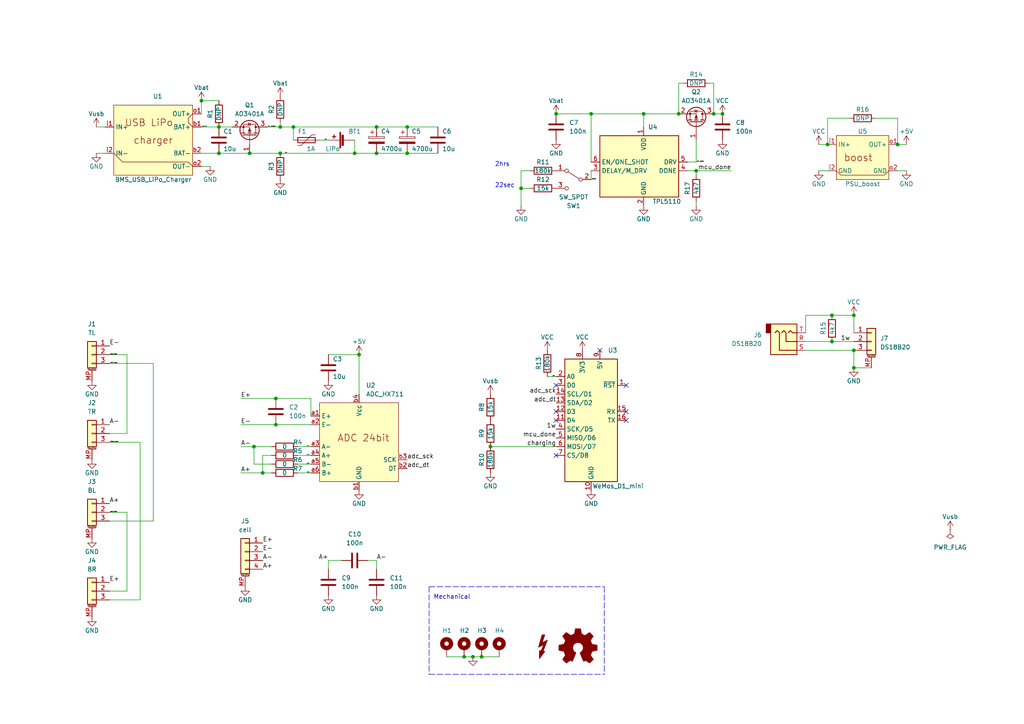
<source format=kicad_sch>
(kicad_sch (version 20211123) (generator eeschema)
  (paper "A4")
  (lib_symbols
    (symbol "-modules:ADC_HX711"
      (property "Reference" "U" (at 3.81 11.43 0))
      (property "Value" "ADC_HX711" (at 6.35 -13.97 0))
      (symbol "ADC_HX711_0_0"
        (text "ADC 24bit" (at 1.27 0 0) (effects (font (size 2 2))))
      )
      (symbol "ADC_HX711_0_1"
        (rectangle (start -11.43 10.16) (end 11.43 -12.7) (fill (type background)))
      )
      (symbol "ADC_HX711_1_1"
        (pin output line (at -13.97 6.35 0) (length 2.54) (name "E+") (number "a1"))
        (pin output line (at -13.97 3.81 0) (length 2.54) (name "E-") (number "a2"))
        (pin input line (at -13.97 -2.54 0) (length 2.54) (name "A-") (number "a3"))
        (pin input line (at -13.97 -5.08 0) (length 2.54) (name "A+") (number "a4"))
        (pin input line (at -13.97 -7.62 0) (length 2.54) (name "B-") (number "a5"))
        (pin input line (at -13.97 -10.16 0) (length 2.54) (name "B+") (number "a6"))
        (pin power_in line (at 0 -15.24 90) (length 2.54) (name "GND") (number "b1"))
        (pin bidirectional line (at 13.97 -8.89 180) (length 2.54) (name "DT") (number "b2"))
        (pin input line (at 13.97 -6.35 180) (length 2.54) (name "SCK") (number "b3"))
        (pin power_in line (at 0 12.7 270) (length 2.54) (name "Vcc") (number "b4"))
      )
    )
    (symbol "-modules:BMS_USB_LiPo_Charger"
      (property "Reference" "U" (at 0 11.43 0))
      (property "Value" "BMS_USB_LiPo_Charger" (at 0 -11.43 0))
      (symbol "BMS_USB_LiPo_Charger_0_0"
        (rectangle (start -11.43 10.16) (end 11.43 -10.16) (fill (type background)))
        (polyline (pts (xy -11.43 -3.81) (xy -8.89 -6.35) (xy 10.16 -6.35) (xy 11.43 -7.62)))
        (polyline (pts (xy 11.43 7.62) (xy 10.16 6.35) (xy 10.16 5.08) (xy 11.43 3.81)))
        (text "charger" (at 0 0 0) (effects (font (size 2 2))))
        (text "USB LiPo" (at -1.27 5.08 0) (effects (font (size 2 2))))
      )
      (symbol "BMS_USB_LiPo_Charger_1_1"
        (pin power_out line (at 13.97 3.81 180) (length 2.54) (name "BAT+") (number "b1"))
        (pin power_out line (at 13.97 -3.81 180) (length 2.54) (name "BAT-") (number "b2"))
        (pin power_in line (at -13.97 3.81 0) (length 2.54) (name "IN+") (number "i1"))
        (pin power_in line (at -13.97 -3.81 0) (length 2.54) (name "IN-") (number "i2"))
        (pin power_out line (at 13.97 7.62 180) (length 2.54) (name "OUT+") (number "o1"))
        (pin power_out line (at 13.97 -7.62 180) (length 2.54) (name "OUT-") (number "o2"))
      )
    )
    (symbol "-modules:PSU_boost"
      (property "Reference" "U" (at 0 7.62 0))
      (property "Value" "PSU_boost" (at 0 -7.62 0))
      (symbol "PSU_boost_0_0"
        (text "boost" (at -1.27 0 0) (effects (font (size 2 2))))
      )
      (symbol "PSU_boost_0_1"
        (rectangle (start -7.62 6.35) (end 7.62 -6.35) (fill (type background)))
        (polyline (pts (xy -7.62 -3.81) (xy -6.35 -5.08) (xy 6.35 -5.08) (xy 7.62 -3.81)))
      )
      (symbol "PSU_boost_1_1"
        (pin power_in line (at -10.16 3.81 0) (length 2.54) (name "IN+") (number "i1"))
        (pin power_in line (at -10.16 -3.81 0) (length 2.54) (name "GND") (number "i2"))
        (pin power_out line (at 10.16 3.81 180) (length 2.54) (name "OUT+") (number "o1"))
        (pin power_in line (at 10.16 -3.81 180) (length 2.54) (name "GND") (number "o2"))
      )
    )
    (symbol "-pwr:Vbat" (power) (pin_names (offset 0))
      (property "Value" "Vbat" (at 0 3.556 0))
      (symbol "Vbat_0_1"
        (polyline (pts (xy -0.762 1.27) (xy 0 2.54)))
        (polyline (pts (xy 0 0) (xy 0 2.54)))
        (polyline (pts (xy 0 2.54) (xy 0.762 1.27)))
      )
      (symbol "Vbat_1_1"
        (pin power_in line (at 0 0 90) (length 0) hide (name "Vbat") (number "1"))
      )
    )
    (symbol "-pwr:Vusb" (power) (pin_names (offset 0))
      (property "Value" "Vusb" (at 0 3.556 0))
      (symbol "Vusb_0_1"
        (polyline (pts (xy -0.762 1.27) (xy 0 2.54)))
        (polyline (pts (xy 0 0) (xy 0 2.54)))
        (polyline (pts (xy 0 2.54) (xy 0.762 1.27)))
      )
      (symbol "Vusb_1_1"
        (pin power_in line (at 0 0 90) (length 0) hide (name "Vusb") (number "1"))
      )
    )
    (symbol "Connector:AudioJack3"
      (property "Reference" "J" (at 0 8.89 0))
      (property "Value" "AudioJack3" (at 0 6.35 0))
      (symbol "AudioJack3_0_1"
        (rectangle (start -5.08 -5.08) (end -6.35 -2.54) (stroke (width 0.254)) (fill (type outline)))
        (polyline (pts (xy 0 -2.54) (xy 0.635 -3.175) (xy 1.27 -2.54) (xy 2.54 -2.54)) (stroke (width 0.254)))
        (polyline (pts (xy -1.905 -2.54) (xy -1.27 -3.175) (xy -0.635 -2.54) (xy -0.635 0) (xy 2.54 0)) (stroke (width 0.254)))
        (polyline (pts (xy 2.54 2.54) (xy -2.54 2.54) (xy -2.54 -2.54) (xy -3.175 -3.175) (xy -3.81 -2.54)) (stroke (width 0.254)))
        (rectangle (start 2.54 3.81) (end -5.08 -5.08) (stroke (width 0.254)) (fill (type background)))
      )
      (symbol "AudioJack3_1_1"
        (pin passive line (at 5.08 0 180) (length 2.54) (name "~") (number "R"))
        (pin passive line (at 5.08 2.54 180) (length 2.54) (name "~") (number "S"))
        (pin passive line (at 5.08 -2.54 180) (length 2.54) (name "~") (number "T"))
      )
    )
    (symbol "Connector_Generic_MountingPin:Conn_01x03_MountingPin" (pin_names (offset 1.016) hide)
      (property "Reference" "J" (at 0 5.08 0))
      (property "Value" "Conn_01x03_MountingPin" (at 1.27 -5.08 0))
      (symbol "Conn_01x03_MountingPin_1_1"
        (rectangle (start -1.27 -2.413) (end 0 -2.667) (stroke (width 0.1524)))
        (rectangle (start -1.27 0.127) (end 0 -0.127) (stroke (width 0.1524)))
        (rectangle (start -1.27 2.667) (end 0 2.413) (stroke (width 0.1524)))
        (rectangle (start -1.27 3.81) (end 1.27 -3.81) (stroke (width 0.254)) (fill (type background)))
        (polyline (pts (xy -1.016 -4.572) (xy 1.016 -4.572)) (stroke (width 0.1524)))
        (text "Mounting" (at 0 -4.191 0) (effects (font (size 0.381 0.381))))
        (pin passive line (at -5.08 2.54 0) (length 3.81) (name "Pin_1") (number "1"))
        (pin passive line (at -5.08 0 0) (length 3.81) (name "Pin_2") (number "2"))
        (pin passive line (at -5.08 -2.54 0) (length 3.81) (name "Pin_3") (number "3"))
        (pin passive line (at 0 -7.62 90) (length 3.048) (name "MountPin") (number "MP"))
      )
    )
    (symbol "Connector_Generic_MountingPin:Conn_01x04_MountingPin" (pin_names (offset 1.016) hide)
      (property "Reference" "J" (at 0 5.08 0))
      (property "Value" "Conn_01x04_MountingPin" (at 1.27 -7.62 0))
      (symbol "Conn_01x04_MountingPin_1_1"
        (rectangle (start -1.27 -4.953) (end 0 -5.207) (stroke (width 0.1524)))
        (rectangle (start -1.27 -2.413) (end 0 -2.667) (stroke (width 0.1524)))
        (rectangle (start -1.27 0.127) (end 0 -0.127) (stroke (width 0.1524)))
        (rectangle (start -1.27 2.667) (end 0 2.413) (stroke (width 0.1524)))
        (rectangle (start -1.27 3.81) (end 1.27 -6.35) (stroke (width 0.254)) (fill (type background)))
        (polyline (pts (xy -1.016 -7.112) (xy 1.016 -7.112)) (stroke (width 0.1524)))
        (text "Mounting" (at 0 -6.731 0) (effects (font (size 0.381 0.381))))
        (pin passive line (at -5.08 2.54 0) (length 3.81) (name "Pin_1") (number "1"))
        (pin passive line (at -5.08 0 0) (length 3.81) (name "Pin_2") (number "2"))
        (pin passive line (at -5.08 -2.54 0) (length 3.81) (name "Pin_3") (number "3"))
        (pin passive line (at -5.08 -5.08 0) (length 3.81) (name "Pin_4") (number "4"))
        (pin passive line (at 0 -10.16 90) (length 3.048) (name "MountPin") (number "MP"))
      )
    )
    (symbol "Device:Battery_Cell" (pin_numbers hide) (pin_names (offset 0) hide)
      (property "Reference" "BT" (at 2.54 2.54 0))
      (property "Value" "Battery_Cell" (at 2.54 0 0))
      (symbol "Battery_Cell_0_1"
        (rectangle (start -2.286 1.778) (end 2.286 1.524) (fill (type outline)))
        (rectangle (start -1.5748 1.1938) (end 1.4732 0.6858) (fill (type outline)))
        (polyline (pts (xy 0 0.762) (xy 0 0)))
        (polyline (pts (xy 0 1.778) (xy 0 2.54)))
        (polyline (pts (xy 0.508 3.429) (xy 1.524 3.429)) (stroke (width 0.254)))
        (polyline (pts (xy 1.016 3.937) (xy 1.016 2.921)) (stroke (width 0.254)))
      )
      (symbol "Battery_Cell_1_1"
        (pin passive line (at 0 5.08 270) (length 2.54) (name "+") (number "1"))
        (pin passive line (at 0 -2.54 90) (length 2.54) (name "-") (number "2"))
      )
    )
    (symbol "Device:C" (pin_numbers hide) (pin_names (offset 0.254))
      (property "Reference" "C" (at 0.635 2.54 0))
      (property "Value" "C" (at 0.635 -2.54 0))
      (symbol "C_0_1"
        (polyline (pts (xy -2.032 -0.762) (xy 2.032 -0.762)) (stroke (width 0.508)))
        (polyline (pts (xy -2.032 0.762) (xy 2.032 0.762)) (stroke (width 0.508)))
      )
      (symbol "C_1_1"
        (pin passive line (at 0 3.81 270) (length 2.794) (name "~") (number "1"))
        (pin passive line (at 0 -3.81 90) (length 2.794) (name "~") (number "2"))
      )
    )
    (symbol "Device:C_Polarized" (pin_numbers hide) (pin_names (offset 0.254))
      (property "Reference" "C" (at 0.635 2.54 0))
      (property "Value" "C_Polarized" (at 0.635 -2.54 0))
      (symbol "C_Polarized_0_1"
        (rectangle (start -2.286 0.508) (end 2.286 1.016))
        (polyline (pts (xy -1.778 2.286) (xy -0.762 2.286)))
        (polyline (pts (xy -1.27 2.794) (xy -1.27 1.778)))
        (rectangle (start 2.286 -0.508) (end -2.286 -1.016) (fill (type outline)))
      )
      (symbol "C_Polarized_1_1"
        (pin passive line (at 0 3.81 270) (length 2.794) (name "~") (number "1"))
        (pin passive line (at 0 -3.81 90) (length 2.794) (name "~") (number "2"))
      )
    )
    (symbol "Device:Polyfuse" (pin_numbers hide) (pin_names (offset 0))
      (property "Reference" "F" (at -2.54 0 90))
      (property "Value" "Polyfuse" (at 2.54 0 90))
      (symbol "Polyfuse_0_1"
        (rectangle (start -0.762 2.54) (end 0.762 -2.54) (stroke (width 0.254)))
        (polyline (pts (xy 0 2.54) (xy 0 -2.54)))
        (polyline (pts (xy -1.524 2.54) (xy -1.524 1.524) (xy 1.524 -1.524) (xy 1.524 -2.54)))
      )
      (symbol "Polyfuse_1_1"
        (pin passive line (at 0 3.81 270) (length 1.27) (name "~") (number "1"))
        (pin passive line (at 0 -3.81 90) (length 1.27) (name "~") (number "2"))
      )
    )
    (symbol "Device:R" (pin_numbers hide) (pin_names (offset 0))
      (property "Reference" "R" (at 2.032 0 90))
      (property "Value" "R" (at 0 0 90))
      (symbol "R_0_1"
        (rectangle (start -1.016 -2.54) (end 1.016 2.54) (stroke (width 0.254)))
      )
      (symbol "R_1_1"
        (pin passive line (at 0 3.81 270) (length 1.27) (name "~") (number "1"))
        (pin passive line (at 0 -3.81 90) (length 1.27) (name "~") (number "2"))
      )
    )
    (symbol "Graphic:Logo_Open_Hardware_Small" (pin_names (offset 1.016))
      (symbol "Logo_Open_Hardware_Small_0_1"
        (polyline (pts (xy 3.3528 -4.3434) (xy 3.302 -4.318) (xy 3.175 -4.2418) (xy 2.9972 -4.1148) (xy 2.7686 -3.9624) (xy 2.54 -3.81) (xy 2.3622 -3.7084) (xy 2.2352 -3.6068) (xy 2.1844 -3.5814) (xy 2.159 -3.6068) (xy 2.0574 -3.6576) (xy 1.905 -3.7338) (xy 1.8034 -3.7846) (xy 1.6764 -3.8354) (xy 1.6002 -3.8354) (xy 1.6002 -3.8354) (xy 1.5494 -3.7338) (xy 1.4732 -3.5306) (xy 1.3462 -3.302) (xy 1.2446 -3.0226) (xy 1.1176 -2.7178) (xy 0.9652 -2.413) (xy 0.8636 -2.1082) (xy 0.7366 -1.8288) (xy 0.6604 -1.6256) (xy 0.6096 -1.4732) (xy 0.5842 -1.397) (xy 0.5842 -1.397) (xy 0.6604 -1.3208) (xy 0.7874 -1.2446) (xy 1.0414 -1.016) (xy 1.2954 -0.6858) (xy 1.4478 -0.3302) (xy 1.524 0.0762) (xy 1.4732 0.4572) (xy 1.3208 0.8128) (xy 1.0668 1.143) (xy 0.762 1.3716) (xy 0.4064 1.524) (xy 0 1.5748) (xy -0.381 1.5494) (xy -0.7366 1.397) (xy -1.0668 1.143) (xy -1.2192 0.9906) (xy -1.397 0.6604) (xy -1.524 0.3048) (xy -1.524 0.2286) (xy -1.4986 -0.1778) (xy -1.397 -0.5334) (xy -1.1938 -0.8636) (xy -0.9144 -1.143) (xy -0.8636 -1.1684) (xy -0.7366 -1.27) (xy -0.635 -1.3462) (xy -0.5842 -1.397) (xy -1.0668 -2.5908) (xy -1.143 -2.794) (xy -1.2954 -3.1242) (xy -1.397 -3.4036) (xy -1.4986 -3.6322) (xy -1.5748 -3.7846) (xy -1.6002 -3.8354) (xy -1.6002 -3.8354) (xy -1.651 -3.8354) (xy -1.7272 -3.81) (xy -1.905 -3.7338) (xy -2.0066 -3.683) (xy -2.1336 -3.6068) (xy -2.2098 -3.5814) (xy -2.2606 -3.6068) (xy -2.3622 -3.683) (xy -2.54 -3.81) (xy -2.7686 -3.9624) (xy -2.9718 -4.0894) (xy -3.1496 -4.2164) (xy -3.302 -4.318) (xy -3.3528 -4.3434) (xy -3.3782 -4.3434) (xy -3.429 -4.318) (xy -3.5306 -4.2164) (xy -3.7084 -4.064) (xy -3.937 -3.8354) (xy -3.9624 -3.81) (xy -4.1656 -3.6068) (xy -4.318 -3.4544) (xy -4.4196 -3.3274) (xy -4.445 -3.2766) (xy -4.445 -3.2766) (xy -4.4196 -3.2258) (xy -4.318 -3.0734) (xy -4.2164 -2.8956) (xy -4.064 -2.667) (xy -3.6576 -2.0828) (xy -3.8862 -1.5494) (xy -3.937 -1.3716) (xy -4.0386 -1.1684) (xy -4.0894 -1.0414) (xy -4.1148 -0.9652) (xy -4.191 -0.9398) (xy -4.318 -0.9144) (xy -4.5466 -0.8636) (xy -4.8006 -0.8128) (xy -5.0546 -0.7874) (xy -5.2578 -0.7366) (xy -5.4356 -0.7112) (xy -5.5118 -0.6858) (xy -5.5118 -0.6858) (xy -5.5372 -0.635) (xy -5.5372 -0.5588) (xy -5.5372 -0.4318) (xy -5.5626 -0.2286) (xy -5.5626 0.0762) (xy -5.5626 0.127) (xy -5.5372 0.4064) (xy -5.5372 0.635) (xy -5.5372 0.762) (xy -5.5372 0.8382) (xy -5.5372 0.8382) (xy -5.461 0.8382) (xy -5.3086 0.889) (xy -5.08 0.9144) (xy -4.826 0.9652) (xy -4.8006 0.9906) (xy -4.5466 1.0414) (xy -4.318 1.0668) (xy -4.1656 1.1176) (xy -4.0894 1.143) (xy -4.0894 1.143) (xy -4.0386 1.2446) (xy -3.9624 1.4224) (xy -3.8608 1.6256) (xy -3.7846 1.8288) (xy -3.7084 2.0066) (xy -3.6576 2.159) (xy -3.6322 2.2098) (xy -3.6322 2.2098) (xy -3.683 2.286) (xy -3.7592 2.413) (xy -3.8862 2.5908) (xy -4.064 2.8194) (xy -4.064 2.8448) (xy -4.2164 3.0734) (xy -4.3434 3.2512) (xy -4.4196 3.3782) (xy -4.445 3.4544) (xy -4.445 3.4544) (xy -4.3942 3.5052) (xy -4.2926 3.6322) (xy -4.1148 3.81) (xy -3.937 4.0132) (xy -3.8608 4.064) (xy -3.6576 4.2926) (xy -3.5052 4.4196) (xy -3.4036 4.4958) (xy -3.3528 4.5212) (xy -3.3528 4.5212) (xy -3.302 4.4704) (xy -3.1496 4.3688) (xy -2.9718 4.2418) (xy -2.7432 4.0894) (xy -2.7178 4.0894) (xy -2.4892 3.937) (xy -2.3114 3.81) (xy -2.1844 3.7084) (xy -2.1336 3.683) (xy -2.1082 3.683) (xy -2.032 3.7084) (xy -1.8542 3.7592) (xy -1.6764 3.8354) (xy -1.4732 3.937) (xy -1.27 4.0132) (xy -1.143 4.064) (xy -1.0668 4.1148) (xy -1.0668 4.1148) (xy -1.0414 4.191) (xy -1.016 4.3434) (xy -0.9652 4.572) (xy -0.9144 4.8514) (xy -0.889 4.9022) (xy -0.8382 5.1562) (xy -0.8128 5.3848) (xy -0.7874 5.5372) (xy -0.762 5.588) (xy -0.7112 5.6134) (xy -0.5842 5.6134) (xy -0.4064 5.6134) (xy -0.1524 5.6134) (xy 0.0762 5.6134) (xy 0.3302 5.6134) (xy 0.5334 5.6134) (xy 0.6858 5.588) (xy 0.7366 5.588) (xy 0.7366 5.588) (xy 0.762 5.5118) (xy 0.8128 5.334) (xy 0.8382 5.1054) (xy 0.9144 4.826) (xy 0.9144 4.7752) (xy 0.9652 4.5212) (xy 1.016 4.2926) (xy 1.0414 4.1402) (xy 1.0668 4.0894) (xy 1.0668 4.0894) (xy 1.1938 4.0386) (xy 1.3716 3.9624) (xy 1.5748 3.8608) (xy 2.0828 3.6576) (xy 2.7178 4.0894) (xy 2.7686 4.1402) (xy 2.9972 4.2926) (xy 3.175 4.4196) (xy 3.302 4.4958) (xy 3.3782 4.5212) (xy 3.3782 4.5212) (xy 3.429 4.4704) (xy 3.556 4.3434) (xy 3.7338 4.191) (xy 3.9116 3.9878) (xy 4.064 3.8354) (xy 4.2418 3.6576) (xy 4.3434 3.556) (xy 4.4196 3.4798) (xy 4.4196 3.429) (xy 4.4196 3.4036) (xy 4.3942 3.3274) (xy 4.2926 3.2004) (xy 4.1656 2.9972) (xy 4.0132 2.794) (xy 3.8862 2.5908) (xy 3.7592 2.3876) (xy 3.6576 2.2352) (xy 3.6322 2.159) (xy 3.6322 2.1336) (xy 3.683 2.0066) (xy 3.7592 1.8288) (xy 3.8608 1.6002) (xy 4.064 1.1176) (xy 4.3942 1.0414) (xy 4.5974 1.016) (xy 4.8768 0.9652) (xy 5.1308 0.9144) (xy 5.5372 0.8382) (xy 5.5626 -0.6604) (xy 5.4864 -0.6858) (xy 5.4356 -0.6858) (xy 5.2832 -0.7366) (xy 5.0546 -0.762) (xy 4.8006 -0.8128) (xy 4.5974 -0.8636) (xy 4.3688 -0.9144) (xy 4.2164 -0.9398) (xy 4.1402 -0.9398) (xy 4.1148 -0.9652) (xy 4.064 -1.0668) (xy 3.9878 -1.2446) (xy 3.9116 -1.4478) (xy 3.81 -1.651) (xy 3.7338 -1.8542) (xy 3.683 -2.0066) (xy 3.6576 -2.0828) (xy 3.683 -2.1336) (xy 3.7846 -2.2606) (xy 3.8862 -2.4638) (xy 4.0386 -2.667) (xy 4.191 -2.8956) (xy 4.318 -3.0734) (xy 4.3942 -3.2004) (xy 4.445 -3.2766) (xy 4.4196 -3.3274) (xy 4.3434 -3.429) (xy 4.1656 -3.5814) (xy 3.937 -3.8354) (xy 3.8862 -3.8608) (xy 3.683 -4.064) (xy 3.5306 -4.2164) (xy 3.4036 -4.318) (xy 3.3528 -4.3434)) (fill (type outline)))
      )
    )
    (symbol "Graphic:SYM_Flash_Small" (pin_names (offset 1.016))
      (symbol "SYM_Flash_Small_0_1"
        (polyline (pts (xy 0.508 -1.016) (xy -1.016 -0.762) (xy -1.016 -3.048) (xy 0.508 -1.016)) (stroke (width 0.2032)) (fill (type outline)))
        (polyline (pts (xy -0.254 3.81) (xy 0.508 3.81) (xy -0.254 1.524) (xy 1.27 2.286) (xy 0 -1.016) (xy -0.508 -0.762) (xy 0.254 1.016) (xy -1.27 0.254) (xy -0.254 3.81)) (stroke (width 0.2032)) (fill (type outline)))
      )
    )
    (symbol "MCU_Module:WeMos_D1_mini"
      (property "Reference" "U" (at 3.81 19.05 0))
      (property "Value" "WeMos_D1_mini" (at 1.27 -19.05 0))
      (symbol "WeMos_D1_mini_1_1"
        (rectangle (start -7.62 17.78) (end 7.62 -17.78) (stroke (width 0.254)) (fill (type background)))
        (pin input line (at -10.16 10.16 0) (length 2.54) (name "~{RST}") (number "1"))
        (pin power_in line (at 0 -20.32 90) (length 2.54) (name "GND") (number "10"))
        (pin bidirectional line (at 10.16 0 180) (length 2.54) (name "D4") (number "11"))
        (pin bidirectional line (at 10.16 2.54 180) (length 2.54) (name "D3") (number "12"))
        (pin bidirectional line (at 10.16 5.08 180) (length 2.54) (name "SDA/D2") (number "13"))
        (pin bidirectional line (at 10.16 7.62 180) (length 2.54) (name "SCL/D1") (number "14"))
        (pin input line (at -10.16 2.54 0) (length 2.54) (name "RX") (number "15"))
        (pin output line (at -10.16 0 0) (length 2.54) (name "TX") (number "16"))
        (pin input line (at 10.16 12.7 180) (length 2.54) (name "A0") (number "2"))
        (pin bidirectional line (at 10.16 10.16 180) (length 2.54) (name "D0") (number "3"))
        (pin bidirectional line (at 10.16 -2.54 180) (length 2.54) (name "SCK/D5") (number "4"))
        (pin bidirectional line (at 10.16 -5.08 180) (length 2.54) (name "MISO/D6") (number "5"))
        (pin bidirectional line (at 10.16 -7.62 180) (length 2.54) (name "MOSI/D7") (number "6"))
        (pin bidirectional line (at 10.16 -10.16 180) (length 2.54) (name "CS/D8") (number "7"))
        (pin power_out line (at 2.54 20.32 270) (length 2.54) (name "3V3") (number "8"))
        (pin power_in line (at -2.54 20.32 270) (length 2.54) (name "5V") (number "9"))
      )
    )
    (symbol "Mechanical:MountingHole_Pad" (pin_numbers hide) (pin_names (offset 1.016) hide)
      (property "Reference" "H" (at 0 6.35 0))
      (property "Value" "MountingHole_Pad" (at 0 4.445 0))
      (symbol "MountingHole_Pad_0_1"
        (circle (center 0 1.27) (radius 1.27) (stroke (width 1.27)))
      )
      (symbol "MountingHole_Pad_1_1"
        (pin input line (at 0 -2.54 90) (length 2.54) (name "1") (number "1"))
      )
    )
    (symbol "MountingHole_Pad_1" (pin_numbers hide) (pin_names (offset 1.016) hide)
      (property "Reference" "H" (at 0 6.35 0))
      (property "Value" "MountingHole_Pad_1" (at 0 4.445 0))
      (symbol "MountingHole_Pad_1_0_1"
        (circle (center 0 1.27) (radius 1.27) (stroke (width 1.27)))
      )
      (symbol "MountingHole_Pad_1_1_1"
        (pin input line (at 0 -2.54 90) (length 2.54) (name "1") (number "1"))
      )
    )
    (symbol "Switch:SW_SPDT" (pin_names (offset 0) hide)
      (property "Reference" "SW" (at 0 4.318 0))
      (property "Value" "SW_SPDT" (at 0 -5.08 0))
      (symbol "SW_SPDT_0_0"
        (circle (center -2.032 0) (radius 0.508))
        (circle (center 2.032 -2.54) (radius 0.508))
      )
      (symbol "SW_SPDT_0_1"
        (polyline (pts (xy -1.524 0.254) (xy 1.651 2.286)))
        (circle (center 2.032 2.54) (radius 0.508))
      )
      (symbol "SW_SPDT_1_1"
        (pin passive line (at 5.08 2.54 180) (length 2.54) (name "A") (number "1"))
        (pin passive line (at -5.08 0 0) (length 2.54) (name "B") (number "2"))
        (pin passive line (at 5.08 -2.54 180) (length 2.54) (name "C") (number "3"))
      )
    )
    (symbol "Timer:TPL5110"
      (property "Reference" "U" (at -10.16 8.89 0))
      (property "Value" "TPL5110" (at 6.35 8.89 0))
      (symbol "TPL5110_0_1"
        (rectangle (start -12.7 7.62) (end 10.16 -10.16) (stroke (width 0.254)) (fill (type background)))
      )
      (symbol "TPL5110_1_1"
        (pin power_in line (at 0 10.16 270) (length 2.54) (name "VDD") (number "1"))
        (pin power_in line (at 0 -12.7 90) (length 2.54) (name "GND") (number "2"))
        (pin input line (at -15.24 -2.54 0) (length 2.54) (name "DELAY/M_DRV") (number "3"))
        (pin input line (at 12.7 -2.54 180) (length 2.54) (name "DONE") (number "4"))
        (pin output line (at 12.7 0 180) (length 2.54) (name "DRV") (number "5"))
        (pin input line (at -15.24 0 0) (length 2.54) (name "EN/ONE_SHOT") (number "6"))
      )
    )
    (symbol "Transistor_FET:AO3401A" (pin_names hide)
      (property "Reference" "Q" (at 5.08 1.905 0))
      (property "Value" "AO3401A" (at 5.08 0 0))
      (symbol "AO3401A_0_1"
        (polyline (pts (xy 0.254 0) (xy -2.54 0)))
        (polyline (pts (xy 0.254 1.905) (xy 0.254 -1.905)) (stroke (width 0.254)))
        (polyline (pts (xy 0.762 -1.27) (xy 0.762 -2.286)) (stroke (width 0.254)))
        (polyline (pts (xy 0.762 0.508) (xy 0.762 -0.508)) (stroke (width 0.254)))
        (polyline (pts (xy 0.762 2.286) (xy 0.762 1.27)) (stroke (width 0.254)))
        (polyline (pts (xy 2.54 2.54) (xy 2.54 1.778)))
        (polyline (pts (xy 2.54 -2.54) (xy 2.54 0) (xy 0.762 0)))
        (polyline (pts (xy 0.762 1.778) (xy 3.302 1.778) (xy 3.302 -1.778) (xy 0.762 -1.778)))
        (polyline (pts (xy 2.286 0) (xy 1.27 0.381) (xy 1.27 -0.381) (xy 2.286 0)) (fill (type outline)))
        (polyline (pts (xy 2.794 -0.508) (xy 2.921 -0.381) (xy 3.683 -0.381) (xy 3.81 -0.254)))
        (polyline (pts (xy 3.302 -0.381) (xy 2.921 0.254) (xy 3.683 0.254) (xy 3.302 -0.381)))
        (circle (center 1.651 0) (radius 2.794) (stroke (width 0.254)))
        (circle (center 2.54 -1.778) (radius 0.254) (fill (type outline)))
        (circle (center 2.54 1.778) (radius 0.254) (fill (type outline)))
      )
      (symbol "AO3401A_1_1"
        (pin input line (at -5.08 0 0) (length 2.54) (name "G") (number "1"))
        (pin passive line (at 2.54 -5.08 90) (length 2.54) (name "S") (number "2"))
        (pin passive line (at 2.54 5.08 270) (length 2.54) (name "D") (number "3"))
      )
    )
    (symbol "power:+5V" (power) (pin_names (offset 0))
      (property "Value" "+5V" (at 0 3.556 0))
      (symbol "+5V_0_1"
        (polyline (pts (xy -0.762 1.27) (xy 0 2.54)))
        (polyline (pts (xy 0 0) (xy 0 2.54)))
        (polyline (pts (xy 0 2.54) (xy 0.762 1.27)))
      )
      (symbol "+5V_1_1"
        (pin power_in line (at 0 0 90) (length 0) hide (name "+5V") (number "1"))
      )
    )
    (symbol "power:GND" (power) (pin_names (offset 0))
      (property "Value" "GND" (at 0 -3.81 0))
      (symbol "GND_0_1"
        (polyline (pts (xy 0 0) (xy 0 -1.27) (xy 1.27 -1.27) (xy 0 -2.54) (xy -1.27 -1.27) (xy 0 -1.27)))
      )
      (symbol "GND_1_1"
        (pin power_in line (at 0 0 270) (length 0) hide (name "GND") (number "1"))
      )
    )
    (symbol "power:PWR_FLAG" (power) (pin_numbers hide) (pin_names (offset 0) hide)
      (property "Value" "PWR_FLAG" (at 0 3.81 0))
      (symbol "PWR_FLAG_0_0"
        (pin power_out line (at 0 0 90) (length 0) (name "pwr") (number "1"))
      )
      (symbol "PWR_FLAG_0_1"
        (polyline (pts (xy 0 0) (xy 0 1.27) (xy -1.016 1.905) (xy 0 2.54) (xy 1.016 1.905) (xy 0 1.27)))
      )
    )
    (symbol "power:VCC" (power) (pin_names (offset 0))
      (property "Value" "VCC" (at 0 3.81 0))
      (symbol "VCC_0_1"
        (polyline (pts (xy -0.762 1.27) (xy 0 2.54)))
        (polyline (pts (xy 0 0) (xy 0 2.54)))
        (polyline (pts (xy 0 2.54) (xy 0.762 1.27)))
      )
      (symbol "VCC_1_1"
        (pin power_in line (at 0 0 90) (length 0) hide (name "VCC") (number "1"))
      )
    )
  )
  (junction (at 201.93 49.53))
  (junction (at 80.01 123.19))
  (junction (at 80.01 115.57))
  (junction (at 63.5 44.45))
  (junction (at 134.62 190.5))
  (junction (at 240.03 41.91))
  (junction (at 73.66 129.54))
  (junction (at 58.42 29.21))
  (junction (at 142.24 129.54))
  (junction (at 260.35 41.91))
  (junction (at 72.39 44.45))
  (junction (at 161.29 33.02))
  (junction (at 171.45 33.02))
  (junction (at 76.2 137.16))
  (junction (at 109.22 36.83))
  (junction (at 209.55 33.02))
  (junction (at 247.65 106.68))
  (junction (at 85.09 36.83))
  (junction (at 102.87 44.45))
  (junction (at 247.65 91.44))
  (junction (at 139.7 190.5))
  (junction (at 151.13 54.61))
  (junction (at 81.28 44.45))
  (junction (at 241.3 99.06))
  (junction (at 196.85 33.02))
  (junction (at 118.11 36.83))
  (junction (at 137.16 190.5))
  (junction (at 247.65 101.6))
  (junction (at 118.11 44.45))
  (junction (at 241.3 91.44))
  (junction (at 109.22 44.45))
  (junction (at 104.14 102.87))
  (junction (at 81.28 36.83))
  (junction (at 186.69 33.02))
  (junction (at 63.5 36.83))
  (junction (at 207.01 33.02))
  (no_connect (at 181.61 121.92))
  (no_connect (at 181.61 119.38))
  (no_connect (at 181.61 111.76))
  (no_connect (at 161.29 119.38))
  (no_connect (at 161.29 121.92))
  (no_connect (at 161.29 132.08))
  (no_connect (at 173.99 101.6))
  (no_connect (at 161.29 111.76))
  (wire (pts (xy 196.85 24.13) (xy 196.85 33.02)))
  (wire (pts (xy 78.74 134.62) (xy 73.66 134.62)))
  (wire (pts (xy 106.68 162.56) (xy 109.22 162.56)))
  (wire (pts (xy 69.85 129.54) (xy 73.66 129.54)))
  (wire (pts (xy 247.65 91.44) (xy 241.3 91.44)))
  (wire (pts (xy 58.42 33.02) (xy 58.42 29.21)))
  (wire (pts (xy 233.68 99.06) (xy 241.3 99.06)))
  (wire (pts (xy 76.2 132.08) (xy 76.2 137.16)))
  (wire (pts (xy 31.75 105.41) (xy 44.45 105.41)))
  (wire (pts (xy 247.65 106.68) (xy 247.65 101.6)))
  (wire (pts (xy 95.25 162.56) (xy 99.06 162.56)))
  (wire (pts (xy 109.22 36.83) (xy 118.11 36.83)))
  (wire (pts (xy 201.93 50.8) (xy 201.93 49.53)))
  (wire (pts (xy 69.85 137.16) (xy 76.2 137.16)))
  (wire (pts (xy 201.93 46.99) (xy 201.93 40.64)))
  (polyline (pts (xy 175.26 170.18) (xy 175.26 195.58)))
  (wire (pts (xy 209.55 33.02) (xy 207.01 33.02)))
  (wire (pts (xy 201.93 59.69) (xy 201.93 58.42)))
  (wire (pts (xy 78.74 132.08) (xy 76.2 132.08)))
  (wire (pts (xy 31.75 148.59) (xy 36.83 148.59)))
  (wire (pts (xy 104.14 102.87) (xy 104.14 114.3)))
  (wire (pts (xy 40.64 173.99) (xy 31.75 173.99)))
  (wire (pts (xy 31.75 102.87) (xy 36.83 102.87)))
  (wire (pts (xy 86.36 132.08) (xy 90.17 132.08)))
  (wire (pts (xy 90.17 115.57) (xy 90.17 120.65)))
  (wire (pts (xy 36.83 102.87) (xy 36.83 125.73)))
  (wire (pts (xy 139.7 190.5) (xy 144.78 190.5)))
  (wire (pts (xy 262.89 49.53) (xy 260.35 49.53)))
  (wire (pts (xy 36.83 125.73) (xy 31.75 125.73)))
  (wire (pts (xy 171.45 33.02) (xy 186.69 33.02)))
  (wire (pts (xy 151.13 54.61) (xy 151.13 59.69)))
  (wire (pts (xy 134.62 190.5) (xy 137.16 190.5)))
  (wire (pts (xy 36.83 148.59) (xy 36.83 171.45)))
  (wire (pts (xy 151.13 54.61) (xy 153.67 54.61)))
  (wire (pts (xy 233.68 91.44) (xy 241.3 91.44)))
  (wire (pts (xy 102.87 40.64) (xy 102.87 44.45)))
  (wire (pts (xy 205.74 24.13) (xy 207.01 24.13)))
  (wire (pts (xy 196.85 33.02) (xy 186.69 33.02)))
  (wire (pts (xy 246.38 34.29) (xy 240.03 34.29)))
  (wire (pts (xy 95.25 165.1) (xy 95.25 162.56)))
  (wire (pts (xy 199.39 46.99) (xy 201.93 46.99)))
  (polyline (pts (xy 124.46 195.58) (xy 175.26 195.58)))
  (wire (pts (xy 85.09 36.83) (xy 109.22 36.83)))
  (wire (pts (xy 73.66 129.54) (xy 78.74 129.54)))
  (wire (pts (xy 81.28 44.45) (xy 102.87 44.45)))
  (wire (pts (xy 171.45 46.99) (xy 171.45 33.02)))
  (wire (pts (xy 240.03 34.29) (xy 240.03 41.91)))
  (wire (pts (xy 171.45 52.07) (xy 171.45 49.53)))
  (wire (pts (xy 254 34.29) (xy 260.35 34.29)))
  (wire (pts (xy 63.5 44.45) (xy 72.39 44.45)))
  (wire (pts (xy 118.11 44.45) (xy 127 44.45)))
  (wire (pts (xy 233.68 101.6) (xy 247.65 101.6)))
  (wire (pts (xy 77.47 36.83) (xy 81.28 36.83)))
  (wire (pts (xy 86.36 134.62) (xy 90.17 134.62)))
  (wire (pts (xy 63.5 36.83) (xy 67.31 36.83)))
  (wire (pts (xy 31.75 128.27) (xy 40.64 128.27)))
  (wire (pts (xy 129.54 190.5) (xy 134.62 190.5)))
  (wire (pts (xy 262.89 41.91) (xy 260.35 41.91)))
  (wire (pts (xy 60.96 48.26) (xy 58.42 48.26)))
  (wire (pts (xy 207.01 24.13) (xy 207.01 33.02)))
  (wire (pts (xy 199.39 49.53) (xy 201.93 49.53)))
  (wire (pts (xy 237.49 49.53) (xy 240.03 49.53)))
  (wire (pts (xy 80.01 115.57) (xy 90.17 115.57)))
  (wire (pts (xy 142.24 129.54) (xy 161.29 129.54)))
  (wire (pts (xy 69.85 115.57) (xy 80.01 115.57)))
  (wire (pts (xy 85.09 36.83) (xy 85.09 40.64)))
  (wire (pts (xy 69.85 123.19) (xy 80.01 123.19)))
  (wire (pts (xy 260.35 34.29) (xy 260.35 41.91)))
  (wire (pts (xy 27.94 36.83) (xy 30.48 36.83)))
  (wire (pts (xy 153.67 49.53) (xy 151.13 49.53)))
  (wire (pts (xy 81.28 36.83) (xy 85.09 36.83)))
  (wire (pts (xy 27.94 44.45) (xy 30.48 44.45)))
  (wire (pts (xy 44.45 151.13) (xy 31.75 151.13)))
  (wire (pts (xy 241.3 99.06) (xy 247.65 99.06)))
  (wire (pts (xy 198.12 24.13) (xy 196.85 24.13)))
  (wire (pts (xy 102.87 44.45) (xy 109.22 44.45)))
  (wire (pts (xy 151.13 49.53) (xy 151.13 54.61)))
  (wire (pts (xy 109.22 44.45) (xy 118.11 44.45)))
  (wire (pts (xy 80.01 123.19) (xy 90.17 123.19)))
  (wire (pts (xy 201.93 49.53) (xy 212.09 49.53)))
  (wire (pts (xy 237.49 41.91) (xy 240.03 41.91)))
  (wire (pts (xy 76.2 137.16) (xy 78.74 137.16)))
  (wire (pts (xy 92.71 40.64) (xy 95.25 40.64)))
  (wire (pts (xy 86.36 129.54) (xy 90.17 129.54)))
  (wire (pts (xy 44.45 105.41) (xy 44.45 151.13)))
  (polyline (pts (xy 124.46 170.18) (xy 175.26 170.18)))
  (wire (pts (xy 86.36 137.16) (xy 90.17 137.16)))
  (wire (pts (xy 58.42 44.45) (xy 63.5 44.45)))
  (wire (pts (xy 73.66 134.62) (xy 73.66 129.54)))
  (wire (pts (xy 161.29 33.02) (xy 171.45 33.02)))
  (wire (pts (xy 158.75 109.22) (xy 161.29 109.22)))
  (wire (pts (xy 109.22 162.56) (xy 109.22 165.1)))
  (wire (pts (xy 95.25 102.87) (xy 104.14 102.87)))
  (wire (pts (xy 118.11 36.83) (xy 127 36.83)))
  (wire (pts (xy 40.64 128.27) (xy 40.64 173.99)))
  (wire (pts (xy 186.69 33.02) (xy 186.69 36.83)))
  (wire (pts (xy 36.83 171.45) (xy 31.75 171.45)))
  (wire (pts (xy 247.65 96.52) (xy 247.65 91.44)))
  (wire (pts (xy 81.28 35.56) (xy 81.28 36.83)))
  (wire (pts (xy 137.16 190.5) (xy 139.7 190.5)))
  (polyline (pts (xy 124.46 170.18) (xy 124.46 195.58)))
  (wire (pts (xy 233.68 96.52) (xy 233.68 91.44)))
  (wire (pts (xy 58.42 29.21) (xy 63.5 29.21)))
  (wire (pts (xy 58.42 36.83) (xy 63.5 36.83)))
  (wire (pts (xy 72.39 44.45) (xy 81.28 44.45)))
  (wire (pts (xy 252.73 106.68) (xy 247.65 106.68)))
  (text "2hrs\n\n\n22sec\n" (at 143.51 54.61 0) (effects (font (size 1.27 1.27)) (justify left bottom)))
  (text "Mechanical" (at 125.73 173.99 0) (effects (font (size 1.27 1.27)) (justify left bottom)))
  (label "A+" (at 95.25 162.56 180))
  (label "_A+" (at 88.9 132.08 0) (effects (font (size 0.3 0.3))))
  (label "adc_dt" (at 161.29 116.84 180))
  (label "adc_sck" (at 161.29 114.3 180))
  (label "E+" (at 69.85 115.57 0))
  (label "A-" (at 69.85 129.54 0))
  (label "_drv_gate" (at 201.93 46.99 0) (effects (font (size 0.3 0.3))))
  (label "E-" (at 76.2 160.02 0))
  (label "A-" (at 109.22 162.56 0))
  (label "mcu_done" (at 212.09 49.53 180))
  (label "_bot_loop" (at 31.75 148.59 0) (effects (font (size 0.3 0.3))))
  (label "1w" (at 243.84 99.06 0))
  (label "_A0" (at 160.02 109.22 0) (effects (font (size 0.3 0.3))))
  (label "1w" (at 161.29 124.46 180))
  (label "_A-" (at 88.9 129.54 0) (effects (font (size 0.3 0.3))))
  (label "_top_loop" (at 31.75 102.87 0) (effects (font (size 0.3 0.3))))
  (label "A-" (at 76.2 162.56 0))
  (label "_delay" (at 171.45 52.07 0) (effects (font (size 0.3 0.3))))
  (label "_ch_b+" (at 58.42 36.83 0) (effects (font (size 0.3 0.3))))
  (label "A+" (at 31.75 146.05 0))
  (label "_b+_fused" (at 77.47 36.83 0) (effects (font (size 0.3 0.3))))
  (label "E+" (at 31.75 168.91 0))
  (label "mcu_done" (at 161.29 127 180))
  (label "E-" (at 69.85 123.19 0))
  (label "_B-" (at 88.9 134.62 0) (effects (font (size 0.3 0.3))))
  (label "_left_loop" (at 31.75 105.41 0) (effects (font (size 0.3 0.3))))
  (label "charging" (at 161.29 129.54 180))
  (label "adc_dt" (at 118.11 135.89 0))
  (label "E+" (at 76.2 157.48 0))
  (label "_b+" (at 93.98 40.64 0) (effects (font (size 0.3 0.3))))
  (label "E-" (at 31.75 100.33 0))
  (label "adc_sck" (at 118.11 133.35 0))
  (label "A-" (at 31.75 123.19 0))
  (label "A+" (at 69.85 137.16 0))
  (label "_B+" (at 88.9 137.16 0) (effects (font (size 0.3 0.3))))
  (label "A+" (at 76.2 165.1 0))
  (label "_b-" (at 82.55 44.45 0) (effects (font (size 0.3 0.3))))
  (label "_right_loop" (at 31.75 128.27 0) (effects (font (size 0.3 0.3))))
  (symbol (lib_name "MountingHole_Pad_1") (lib_id "Mechanical:MountingHole_Pad") (at 129.54 187.96 0) (unit 1) (in_bom no)
    (property "Reference" "H1" (at 128.27 182.88 0) (effects (justify left)))
    (property "Value" "MountingHole_Pad" (effects hide))
    (property "Footprint" "MountingHole:MountingHole_3.5mm_Pad_Via" (effects hide))
    (property "LCSC Part Number" "-" (effects hide))
  )
  (symbol (lib_id "power:GND") (at 142.24 137.16 0) (unit 1)
    (property "Reference" "#PWR018" (effects hide))
    (property "Value" "GND" (at 142.24 140.97 0))
  )
  (symbol (lib_id "-pwr:Vusb") (at 27.94 36.83 0) (unit 1)
    (property "Reference" "#PWR05" (effects hide))
    (property "Value" "Vusb" (at 27.94 33.02 0))
  )
  (symbol (lib_id "Device:R") (at 201.93 54.61 180) (unit 1)
    (property "Reference" "R17" (at 199.39 54.61 90))
    (property "Value" "4k7" (at 201.93 54.61 90))
    (property "Footprint" "Resistor_SMD:R_0805_2012Metric_Pad1.20x1.40mm_HandSolder" (effects hide))
  )
  (symbol (lib_id "Connector_Generic_MountingPin:Conn_01x04_MountingPin") (at 71.12 160.02 0) (mirror y) (unit 1)
    (property "Reference" "J5" (at 71.12 151.13 0))
    (property "Value" "cell" (at 71.12 153.67 0))
    (property "Footprint" "Connector_JST:JST_XH_S4B-XH-A-1_1x04_P2.50mm_Horizontal" (effects hide))
  )
  (symbol (lib_id "Device:C") (at 80.01 119.38 180) (unit 1)
    (property "Reference" "C2" (at 83.82 118.1099 0) (effects (justify right)))
    (property "Value" "100n" (at 83.82 120.6499 0) (effects (justify right)))
    (property "Footprint" "Capacitor_SMD:C_0805_2012Metric_Pad1.18x1.45mm_HandSolder" (effects hide))
  )
  (symbol (lib_id "power:GND") (at 201.93 59.69 0) (unit 1)
    (property "Reference" "#PWR034" (effects hide))
    (property "Value" "GND" (at 201.93 63.5 0))
  )
  (symbol (lib_id "Device:R") (at 201.93 24.13 90) (unit 1)
    (property "Reference" "R14" (at 201.93 21.59 90))
    (property "Value" "DNP" (at 201.93 24.13 90))
    (property "Footprint" "Resistor_SMD:R_0805_2012Metric_Pad1.20x1.40mm_HandSolder" (effects hide))
  )
  (symbol (lib_id "power:VCC") (at 247.65 91.44 0) (unit 1)
    (property "Reference" "#PWR030" (effects hide))
    (property "Value" "VCC" (at 247.65 87.63 0))
  )
  (symbol (lib_id "Mechanical:MountingHole_Pad") (at 134.62 187.96 0) (unit 1) (in_bom no)
    (property "Reference" "H2" (at 133.35 182.88 0) (effects (justify left)))
    (property "Value" "MountingHole_Pad" (effects hide))
    (property "Footprint" "MountingHole:MountingHole_3.5mm_Pad_Via" (effects hide))
    (property "LCSC Part Number" "-" (effects hide))
  )
  (symbol (lib_id "-pwr:Vbat") (at 161.29 33.02 0) (unit 1)
    (property "Reference" "#PWR021" (effects hide))
    (property "Value" "Vbat" (at 161.29 29.21 0))
  )
  (symbol (lib_id "power:GND") (at 161.29 40.64 0) (unit 1)
    (property "Reference" "#PWR022" (effects hide))
    (property "Value" "GND" (at 161.29 44.45 0))
  )
  (symbol (lib_id "power:GND") (at 247.65 106.68 0) (unit 1)
    (property "Reference" "#PWR031" (effects hide))
    (property "Value" "GND" (at 247.65 110.49 0))
  )
  (symbol (lib_id "Device:R") (at 241.3 95.25 180) (unit 1)
    (property "Reference" "R15" (at 238.76 95.25 90))
    (property "Value" "4k7" (at 241.3 95.25 90))
    (property "Footprint" "Resistor_SMD:R_0805_2012Metric_Pad1.20x1.40mm_HandSolder" (effects hide))
  )
  (symbol (lib_id "power:GND") (at 209.55 40.64 0) (unit 1)
    (property "Reference" "#PWR027" (effects hide))
    (property "Value" "GND" (at 209.55 44.45 0))
  )
  (symbol (lib_id "Device:R") (at 142.24 125.73 180) (unit 1)
    (property "Reference" "R9" (at 139.7 125.73 90))
    (property "Value" "15k" (at 142.24 125.73 90))
    (property "Footprint" "Resistor_SMD:R_0805_2012Metric_Pad1.20x1.40mm_HandSolder" (effects hide))
  )
  (symbol (lib_id "-pwr:Vbat") (at 58.42 29.21 0) (unit 1)
    (property "Reference" "#PWR07" (effects hide))
    (property "Value" "Vbat" (at 58.42 25.4 0))
  )
  (symbol (lib_id "Device:R") (at 142.24 133.35 180) (unit 1)
    (property "Reference" "R10" (at 139.7 133.35 90))
    (property "Value" "180k" (at 142.24 133.35 90))
    (property "Footprint" "Resistor_SMD:R_0805_2012Metric_Pad1.20x1.40mm_HandSolder" (effects hide))
  )
  (symbol (lib_id "-modules:PSU_boost") (at 250.19 45.72 0) (unit 1)
    (property "Reference" "U5" (at 250.19 38.1 0))
    (property "Value" "PSU_boost" (at 250.19 53.34 0))
    (property "Footprint" "-local:module_psu_boost" (effects hide))
  )
  (symbol (lib_id "power:+5V") (at 104.14 102.87 0) (unit 1)
    (property "Reference" "#PWR013" (effects hide))
    (property "Value" "+5V" (at 104.14 99.06 0))
  )
  (symbol (lib_id "-modules:ADC_HX711") (at 104.14 127 0) (unit 1)
    (property "Reference" "U2" (at 106.1594 111.76 0) (effects (justify left)))
    (property "Value" "ADC_HX711" (at 106.1594 114.3 0) (effects (justify left)))
    (property "Footprint" "-local:module_adc_hx711_multi" (effects hide))
  )
  (symbol (lib_id "Transistor_FET:AO3401A") (at 201.93 35.56 270) (mirror x) (unit 1)
    (property "Reference" "Q2" (at 201.93 26.67 90))
    (property "Value" "AO3401A" (at 201.93 29.21 90))
    (property "Footprint" "Package_TO_SOT_SMD:SOT-23" (effects hide))
    (property "Datasheet" "http://www.aosmd.com/pdfs/datasheet/AO3401A.pdf" (effects hide))
  )
  (symbol (lib_id "Device:R") (at 82.55 132.08 90) (unit 1)
    (property "Reference" "R5" (at 86.36 130.81 90))
    (property "Value" "0" (at 82.55 132.08 90))
    (property "Footprint" "Resistor_SMD:R_0805_2012Metric_Pad1.20x1.40mm_HandSolder" (effects hide))
  )
  (symbol (lib_id "Device:C") (at 109.22 168.91 180) (unit 1)
    (property "Reference" "C11" (at 113.03 167.6399 0) (effects (justify right)))
    (property "Value" "100n" (at 113.03 170.1799 0) (effects (justify right)))
    (property "Footprint" "Capacitor_SMD:C_0805_2012Metric_Pad1.18x1.45mm_HandSolder" (effects hide))
  )
  (symbol (lib_id "Device:C") (at 209.55 36.83 180) (unit 1)
    (property "Reference" "C8" (at 213.36 35.5599 0) (effects (justify right)))
    (property "Value" "100n" (at 213.36 38.0999 0) (effects (justify right)))
    (property "Footprint" "Capacitor_SMD:C_0805_2012Metric_Pad1.18x1.45mm_HandSolder" (effects hide))
  )
  (symbol (lib_id "power:GND") (at 171.45 142.24 0) (unit 1)
    (property "Reference" "#PWR024" (effects hide))
    (property "Value" "GND" (at 171.45 146.05 0))
  )
  (symbol (lib_id "Device:R") (at 81.28 31.75 180) (unit 1)
    (property "Reference" "R2" (at 78.74 31.75 90))
    (property "Value" "DNP" (at 81.28 31.75 90))
    (property "Footprint" "Resistor_SMD:R_0805_2012Metric_Pad1.20x1.40mm_HandSolder" (effects hide))
  )
  (symbol (lib_id "Device:R") (at 82.55 129.54 90) (unit 1)
    (property "Reference" "R4" (at 86.36 128.27 90))
    (property "Value" "0" (at 82.55 129.54 90))
    (property "Footprint" "Resistor_SMD:R_0805_2012Metric_Pad1.20x1.40mm_HandSolder" (effects hide))
  )
  (symbol (lib_id "Device:R") (at 157.48 49.53 90) (unit 1)
    (property "Reference" "R11" (at 157.48 46.99 90))
    (property "Value" "180k" (at 157.48 49.53 90))
    (property "Footprint" "Resistor_SMD:R_0805_2012Metric_Pad1.20x1.40mm_HandSolder" (effects hide))
  )
  (symbol (lib_id "Transistor_FET:AO3401A") (at 72.39 39.37 270) (mirror x) (unit 1)
    (property "Reference" "Q1" (at 72.39 30.48 90))
    (property "Value" "AO3401A" (at 72.39 33.02 90))
    (property "Footprint" "Package_TO_SOT_SMD:SOT-23" (effects hide))
    (property "Datasheet" "http://www.aosmd.com/pdfs/datasheet/AO3401A.pdf" (effects hide))
  )
  (symbol (lib_id "Device:R") (at 157.48 54.61 90) (unit 1)
    (property "Reference" "R12" (at 157.48 52.07 90))
    (property "Value" "15k" (at 157.48 54.61 90))
    (property "Footprint" "Resistor_SMD:R_0805_2012Metric_Pad1.20x1.40mm_HandSolder" (effects hide))
  )
  (symbol (lib_id "Connector_Generic_MountingPin:Conn_01x03_MountingPin") (at 26.67 148.59 0) (mirror y) (unit 1) (on_board no)
    (property "Reference" "J3" (at 26.67 139.7 0))
    (property "Value" "BL" (at 26.67 142.24 0))
    (property "Footprint" "Connector_JST:JST_XH_S3B-XH-A-1_1x03_P2.50mm_Horizontal" (effects hide))
  )
  (symbol (lib_id "power:GND") (at 137.16 190.5 0) (unit 1)
    (property "Reference" "#PWR016" (effects hide))
    (property "Value" "GND" (effects hide))
  )
  (symbol (lib_id "Device:R") (at 250.19 34.29 90) (unit 1)
    (property "Reference" "R16" (at 250.19 31.75 90))
    (property "Value" "DNP" (at 250.19 34.29 90))
    (property "Footprint" "Resistor_SMD:R_0805_2012Metric_Pad1.20x1.40mm_HandSolder" (effects hide))
  )
  (symbol (lib_id "Device:Polyfuse") (at 88.9 40.64 90) (unit 1)
    (property "Reference" "F1" (at 87.63 38.1 90))
    (property "Value" "1A" (at 90.17 43.18 90))
    (property "Footprint" "Fuse:Fuse_1206_3216Metric_Pad1.42x1.75mm_HandSolder" (effects hide))
  )
  (symbol (lib_id "power:GND") (at 60.96 48.26 0) (unit 1)
    (property "Reference" "#PWR08" (effects hide))
    (property "Value" "GND" (at 60.96 52.07 0))
  )
  (symbol (lib_id "Device:R") (at 142.24 118.11 180) (unit 1)
    (property "Reference" "R8" (at 139.7 118.11 90))
    (property "Value" "15k" (at 142.24 118.11 90))
    (property "Footprint" "Resistor_SMD:R_0805_2012Metric_Pad1.20x1.40mm_HandSolder" (effects hide))
  )
  (symbol (lib_id "power:PWR_FLAG") (at 275.59 153.67 180) (unit 1)
    (property "Reference" "#FLG01" (effects hide))
    (property "Value" "PWR_FLAG" (at 275.59 158.75 0))
  )
  (symbol (lib_id "Switch:SW_SPDT") (at 166.37 52.07 0) (mirror y) (unit 1)
    (property "Reference" "SW1" (at 166.37 59.69 0))
    (property "Value" "SW_SPDT" (at 166.37 57.15 0))
    (property "Footprint" "-local:SW_E-Switch_EG1271_DPDT" (effects hide))
  )
  (symbol (lib_id "-modules:BMS_USB_LiPo_Charger") (at 44.45 40.64 0) (unit 1)
    (property "Reference" "U1" (at 45.72 27.94 0))
    (property "Value" "BMS_USB_LiPo_Charger" (at 44.45 52.07 0))
    (property "Footprint" "-local:module_bms_usb_lipo_charger" (effects hide))
  )
  (symbol (lib_id "power:GND") (at 95.25 172.72 0) (unit 1)
    (property "Reference" "#PWR035" (effects hide))
    (property "Value" "GND" (at 95.25 176.53 0))
  )
  (symbol (lib_id "MCU_Module:WeMos_D1_mini") (at 171.45 121.92 0) (mirror y) (unit 1)
    (property "Reference" "U3" (at 179.07 101.6 0) (effects (justify left)))
    (property "Value" "WeMos_D1_mini" (at 186.69 140.97 0) (effects (justify left)))
    (property "Footprint" "-local:WEMOS_D1_mini_light" (effects hide))
    (property "Datasheet" "https://wiki.wemos.cc/products:d1:d1_mini#documentation" (effects hide))
  )
  (symbol (lib_id "power:GND") (at 81.28 52.07 0) (unit 1)
    (property "Reference" "#PWR011" (effects hide))
    (property "Value" "GND" (at 81.28 55.88 0))
  )
  (symbol (lib_id "power:GND") (at 104.14 142.24 0) (unit 1)
    (property "Reference" "#PWR014" (effects hide))
    (property "Value" "GND" (at 104.14 146.05 0))
  )
  (symbol (lib_id "power:GND") (at 186.69 59.69 0) (unit 1)
    (property "Reference" "#PWR025" (effects hide))
    (property "Value" "GND" (at 186.69 63.5 0))
  )
  (symbol (lib_id "-pwr:Vbat") (at 81.28 27.94 0) (unit 1)
    (property "Reference" "#PWR010" (effects hide))
    (property "Value" "Vbat" (at 81.28 24.13 0))
  )
  (symbol (lib_id "Connector_Generic_MountingPin:Conn_01x03_MountingPin") (at 26.67 125.73 0) (mirror y) (unit 1) (on_board no)
    (property "Reference" "J2" (at 26.67 116.84 0))
    (property "Value" "TR" (at 26.67 119.38 0))
    (property "Footprint" "Connector_JST:JST_XH_S3B-XH-A-1_1x03_P2.50mm_Horizontal" (effects hide))
  )
  (symbol (lib_id "Timer:TPL5110") (at 186.69 46.99 0) (unit 1)
    (property "Reference" "U4" (at 187.96 36.83 0) (effects (justify left)))
    (property "Value" "TPL5110" (at 189.23 58.42 0) (effects (justify left)))
    (property "Footprint" "Package_TO_SOT_SMD:SOT-23-6" (effects hide))
    (property "Datasheet" "http://www.ti.com/lit/ds/symlink/tpl5110.pdf" (effects hide))
  )
  (symbol (lib_id "power:GND") (at 27.94 44.45 0) (unit 1)
    (property "Reference" "#PWR06" (effects hide))
    (property "Value" "GND" (at 27.94 48.26 0))
  )
  (symbol (lib_id "Device:C") (at 127 40.64 180) (unit 1)
    (property "Reference" "C6" (at 128.27 38.1 0) (effects (justify right)))
    (property "Value" "10u" (at 128.27 43.18 0) (effects (justify right)))
    (property "Footprint" "Capacitor_SMD:C_0805_2012Metric_Pad1.18x1.45mm_HandSolder" (effects hide))
  )
  (symbol (lib_id "Connector:AudioJack3") (at 228.6 99.06 0) (mirror x) (unit 1)
    (property "Reference" "J6" (at 220.98 97.1549 0) (effects (justify right)))
    (property "Value" "DS18B20" (at 220.98 99.6949 0) (effects (justify right)))
    (property "Footprint" "-local:Jack_3.5mm_Horizontal" (effects hide))
  )
  (symbol (lib_id "-pwr:Vusb") (at 275.59 153.67 0) (unit 1)
    (property "Reference" "#PWR015" (effects hide))
    (property "Value" "Vusb" (at 275.59 149.86 0))
  )
  (symbol (lib_id "Device:R") (at 81.28 48.26 180) (unit 1)
    (property "Reference" "R3" (at 78.74 48.26 90))
    (property "Value" "DNP" (at 81.28 48.26 90))
    (property "Footprint" "Resistor_SMD:R_0805_2012Metric_Pad1.20x1.40mm_HandSolder" (effects hide))
  )
  (symbol (lib_id "power:GND") (at 262.89 49.53 0) (unit 1)
    (property "Reference" "#PWR033" (effects hide))
    (property "Value" "GND" (at 262.89 53.34 0))
  )
  (symbol (lib_id "Mechanical:MountingHole_Pad") (at 139.7 187.96 0) (unit 1) (in_bom no)
    (property "Reference" "H3" (at 138.43 182.88 0) (effects (justify left)))
    (property "Value" "MountingHole_Pad" (effects hide))
    (property "Footprint" "MountingHole:MountingHole_3.5mm_Pad_Via" (effects hide))
    (property "LCSC Part Number" "-" (effects hide))
  )
  (symbol (lib_id "Device:C") (at 63.5 40.64 180) (unit 1)
    (property "Reference" "C1" (at 64.77 38.1 0) (effects (justify right)))
    (property "Value" "10u" (at 64.77 43.18 0) (effects (justify right)))
    (property "Footprint" "Capacitor_SMD:C_0805_2012Metric_Pad1.18x1.45mm_HandSolder" (effects hide))
  )
  (symbol (lib_id "power:VCC") (at 237.49 41.91 0) (unit 1)
    (property "Reference" "#PWR028" (effects hide))
    (property "Value" "VCC" (at 237.49 38.1 0))
  )
  (symbol (lib_id "power:GND") (at 26.67 156.21 0) (unit 1)
    (property "Reference" "#PWR03" (effects hide))
    (property "Value" "GND" (at 26.67 160.02 0))
  )
  (symbol (lib_id "Device:C") (at 95.25 106.68 180) (unit 1)
    (property "Reference" "C3" (at 96.52 104.14 0) (effects (justify right)))
    (property "Value" "10u" (at 96.52 109.22 0) (effects (justify right)))
    (property "Footprint" "Capacitor_SMD:C_0805_2012Metric_Pad1.18x1.45mm_HandSolder" (effects hide))
  )
  (symbol (lib_id "power:GND") (at 151.13 59.69 0) (unit 1)
    (property "Reference" "#PWR019" (effects hide))
    (property "Value" "GND" (at 151.13 63.5 0))
  )
  (symbol (lib_id "-pwr:Vusb") (at 142.24 114.3 0) (unit 1)
    (property "Reference" "#PWR017" (effects hide))
    (property "Value" "Vusb" (at 142.24 110.49 0))
  )
  (symbol (lib_id "Graphic:Logo_Open_Hardware_Small") (at 167.64 187.96 0) (unit 1) (in_bom no)
    (property "Reference" "LOGO2" (effects hide))
    (property "Value" "Logo_Open_Hardware_Small" (effects hide))
    (property "Footprint" "Symbol:OSHW-Symbol_6.7x6mm_Copper" (effects hide))
    (property "LCSC Part Number" "-" (effects hide))
  )
  (symbol (lib_id "Device:C") (at 95.25 168.91 180) (unit 1)
    (property "Reference" "C9" (at 99.06 167.6399 0) (effects (justify right)))
    (property "Value" "100n" (at 99.06 170.1799 0) (effects (justify right)))
    (property "Footprint" "Capacitor_SMD:C_0805_2012Metric_Pad1.18x1.45mm_HandSolder" (effects hide))
  )
  (symbol (lib_id "Device:Battery_Cell") (at 100.33 40.64 90) (unit 1)
    (property "Reference" "BT1" (at 102.87 38.1 90))
    (property "Value" "LiPo" (at 96.52 43.18 90))
    (property "Footprint" "-local:BAT_BH-18650-PC" (effects hide))
  )
  (symbol (lib_id "power:VCC") (at 209.55 33.02 0) (unit 1)
    (property "Reference" "#PWR026" (effects hide))
    (property "Value" "VCC" (at 209.55 29.21 0))
  )
  (symbol (lib_id "Device:R") (at 158.75 105.41 180) (unit 1)
    (property "Reference" "R13" (at 156.21 105.41 90))
    (property "Value" "180k" (at 158.75 105.41 90))
    (property "Footprint" "Resistor_SMD:R_0805_2012Metric_Pad1.20x1.40mm_HandSolder" (effects hide))
  )
  (symbol (lib_id "Connector_Generic_MountingPin:Conn_01x03_MountingPin") (at 26.67 102.87 0) (mirror y) (unit 1) (on_board no)
    (property "Reference" "J1" (at 26.67 93.98 0))
    (property "Value" "TL" (at 26.67 96.52 0))
    (property "Footprint" "Connector_JST:JST_XH_S3B-XH-A-1_1x03_P2.50mm_Horizontal" (effects hide))
  )
  (symbol (lib_id "Connector_Generic_MountingPin:Conn_01x03_MountingPin") (at 252.73 99.06 0) (unit 1)
    (property "Reference" "J7" (at 255.27 98.1455 0) (effects (justify left)))
    (property "Value" "DS18B20" (at 255.27 100.6855 0) (effects (justify left)))
    (property "Footprint" "Connector_JST:JST_XH_S3B-XH-A-1_1x03_P2.50mm_Horizontal" (effects hide))
  )
  (symbol (lib_id "power:GND") (at 95.25 110.49 0) (unit 1)
    (property "Reference" "#PWR012" (effects hide))
    (property "Value" "GND" (at 95.25 114.3 0))
  )
  (symbol (lib_id "power:GND") (at 26.67 133.35 0) (unit 1)
    (property "Reference" "#PWR02" (effects hide))
    (property "Value" "GND" (at 26.67 137.16 0))
  )
  (symbol (lib_id "Device:C_Polarized") (at 118.11 40.64 0) (unit 1)
    (property "Reference" "C5" (at 119.38 38.1 0) (effects (justify left)))
    (property "Value" "4700u" (at 119.38 43.18 0) (effects (justify left)))
    (property "Footprint" "-local:CP_Radial_D13.0mm_P5.00mm_L26.0mm" (effects hide))
  )
  (symbol (lib_id "power:GND") (at 109.22 172.72 0) (unit 1)
    (property "Reference" "#PWR036" (effects hide))
    (property "Value" "GND" (at 109.22 176.53 0))
  )
  (symbol (lib_id "Device:C") (at 102.87 162.56 270) (unit 1)
    (property "Reference" "C10" (at 102.87 154.94 90))
    (property "Value" "100n" (at 102.87 157.48 90))
    (property "Footprint" "Capacitor_SMD:C_0805_2012Metric_Pad1.18x1.45mm_HandSolder" (effects hide))
  )
  (symbol (lib_id "power:GND") (at 26.67 179.07 0) (unit 1)
    (property "Reference" "#PWR04" (effects hide))
    (property "Value" "GND" (at 26.67 182.88 0))
  )
  (symbol (lib_id "power:GND") (at 71.12 170.18 0) (unit 1)
    (property "Reference" "#PWR09" (effects hide))
    (property "Value" "GND" (at 71.12 173.99 0))
  )
  (symbol (lib_id "Device:C_Polarized") (at 109.22 40.64 0) (unit 1)
    (property "Reference" "C4" (at 110.49 38.1 0) (effects (justify left)))
    (property "Value" "4700u" (at 110.49 43.18 0) (effects (justify left)))
    (property "Footprint" "-local:CP_Radial_D13.0mm_P5.00mm_L26.0mm" (effects hide))
  )
  (symbol (lib_id "Graphic:SYM_Flash_Small") (at 157.48 187.96 0) (unit 1) (in_bom no)
    (property "Reference" "LOGO1" (effects hide))
    (property "Value" "logo_kms_small" (effects hide))
    (property "Footprint" "-local:logo_kms_small_copper" (effects hide))
    (property "LCSC Part Number" "-" (effects hide))
  )
  (symbol (lib_id "power:GND") (at 26.67 110.49 0) (unit 1)
    (property "Reference" "#PWR01" (effects hide))
    (property "Value" "GND" (at 26.67 114.3 0))
  )
  (symbol (lib_id "power:+5V") (at 262.89 41.91 0) (unit 1)
    (property "Reference" "#PWR032" (effects hide))
    (property "Value" "+5V" (at 262.89 38.1 0))
  )
  (symbol (lib_id "Device:C") (at 161.29 36.83 180) (unit 1)
    (property "Reference" "C7" (at 165.1 35.5599 0) (effects (justify right)))
    (property "Value" "100n" (at 165.1 38.0999 0) (effects (justify right)))
    (property "Footprint" "Capacitor_SMD:C_0805_2012Metric_Pad1.18x1.45mm_HandSolder" (effects hide))
  )
  (symbol (lib_id "power:VCC") (at 168.91 101.6 0) (unit 1)
    (property "Reference" "#PWR023" (effects hide))
    (property "Value" "VCC" (at 168.91 97.79 0))
  )
  (symbol (lib_id "Device:R") (at 82.55 134.62 90) (unit 1)
    (property "Reference" "R6" (at 86.36 133.35 90))
    (property "Value" "0" (at 82.55 134.62 90))
    (property "Footprint" "Resistor_SMD:R_0805_2012Metric_Pad1.20x1.40mm_HandSolder" (effects hide))
  )
  (symbol (lib_id "power:GND") (at 237.49 49.53 0) (unit 1)
    (property "Reference" "#PWR029" (effects hide))
    (property "Value" "GND" (at 237.49 53.34 0))
  )
  (symbol (lib_id "Connector_Generic_MountingPin:Conn_01x03_MountingPin") (at 26.67 171.45 0) (mirror y) (unit 1) (on_board no)
    (property "Reference" "J4" (at 26.67 162.56 0))
    (property "Value" "BR" (at 26.67 165.1 0))
    (property "Footprint" "Connector_JST:JST_XH_S3B-XH-A-1_1x03_P2.50mm_Horizontal" (effects hide))
  )
  (symbol (lib_id "Device:R") (at 63.5 33.02 180) (unit 1)
    (property "Reference" "R1" (at 60.96 33.02 90))
    (property "Value" "DNP" (at 63.5 33.02 90))
    (property "Footprint" "Resistor_SMD:R_0805_2012Metric_Pad1.20x1.40mm_HandSolder" (effects hide))
  )
  (symbol (lib_id "Device:R") (at 82.55 137.16 90) (unit 1)
    (property "Reference" "R7" (at 86.36 135.89 90))
    (property "Value" "0" (at 82.55 137.16 90))
    (property "Footprint" "Resistor_SMD:R_0805_2012Metric_Pad1.20x1.40mm_HandSolder" (effects hide))
  )
  (symbol (lib_id "Mechanical:MountingHole_Pad") (at 144.78 187.96 0) (unit 1) (in_bom no)
    (property "Reference" "H4" (at 143.51 182.88 0) (effects (justify left)))
    (property "Value" "MountingHole_Pad" (effects hide))
    (property "Footprint" "MountingHole:MountingHole_3.5mm_Pad_Via" (effects hide))
    (property "LCSC Part Number" "-" (effects hide))
  )
  (symbol (lib_id "power:VCC") (at 158.75 101.6 0) (unit 1)
    (property "Reference" "#PWR020" (effects hide))
    (property "Value" "VCC" (at 158.75 97.79 0))
  )
)
</source>
